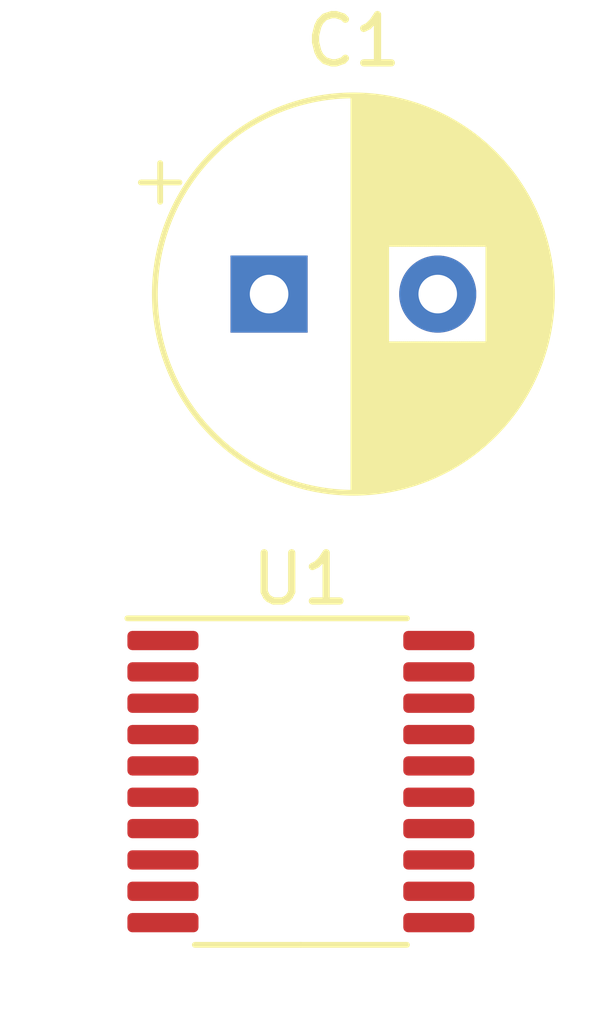
<source format=kicad_pcb>
(kicad_pcb (version 20211014) (generator pcbnew)
  (layers (0 "F.Cu" signal) (31 "B.Cu" signal) (34 "B.Paste" user) (35 "F.Paste" user) (36 "B.SilkS" user "B.Silkscreen") (37 "F.SilkS" user "F.Silkscreen") (38 "B.Mask" user) (39 "F.Mask" user) (44 "Edge.Cuts" user))
  (net 0 "")
  (net 1 "+12V")
  (net 2 "GND")
  (net 3 "Net-(C4-Pad1)")
  (net 4 "Net-(C5-Pad1)")
  (net 5 "/~{RST}")
  (net 6 "+3V3")
  (net 16 "/TX")
  (net 17 "/RX")
  (net 18 "/SWDIO")
  (net 19 "/SWCLK")
  (footprint "Capacitor_THT:CP_Radial_D8.0mm_P3.50mm" (layer "F.Cu") (at 148.1328 102.0064)
    (fp_text reference "C1" (at 1.75 -5.25) (layer "F.SilkS"))
    (fp_text value "220u")
    (fp_line (start 2.791 -3.947) (end 2.791 -1.04) (layer "F.SilkS") (width 0.12))
    (fp_line (start 5.511 -1.645) (end 5.511 1.645) (layer "F.SilkS") (width 0.12))
    (fp_line (start 1.91 -4.077) (end 1.91 4.077) (layer "F.SilkS") (width 0.12))
    (fp_line (start 5.431 -1.813) (end 5.431 1.813) (layer "F.SilkS") (width 0.12))
    (fp_line (start 5.751 -0.948) (end 5.751 0.948) (layer "F.SilkS") (width 0.12))
    (fp_line (start 5.111 -2.345) (end 5.111 2.345) (layer "F.SilkS") (width 0.12))
    (fp_line (start 2.831 -3.936) (end 2.831 -1.04) (layer "F.SilkS") (width 0.12))
    (fp_line (start 1.99 -4.074) (end 1.99 4.074) (layer "F.SilkS") (width 0.12))
    (fp_line (start 3.951 -3.444) (end 3.951 -1.04) (layer "F.SilkS") (width 0.12))
    (fp_line (start 3.111 -3.85) (end 3.111 -1.04) (layer "F.SilkS") (width 0.12))
    (fp_line (start 4.951 -2.556) (end 4.951 2.556) (layer "F.SilkS") (width 0.12))
    (fp_line (start 1.75 -4.08) (end 1.75 4.08) (layer "F.SilkS") (width 0.12))
    (fp_line (start 4.271 -3.22) (end 4.271 -1.04) (layer "F.SilkS") (width 0.12))
    (fp_line (start 4.351 1.04) (end 4.351 3.156) (layer "F.SilkS") (width 0.12))
    (fp_line (start 3.471 -3.704) (end 3.471 -1.04) (layer "F.SilkS") (width 0.12))
    (fp_line (start 3.591 -3.647) (end 3.591 -1.04) (layer "F.SilkS") (width 0.12))
    (fp_line (start 2.07 -4.068) (end 2.07 4.068) (layer "F.SilkS") (width 0.12))
    (fp_line (start 5.671 -1.229) (end 5.671 1.229) (layer "F.SilkS") (width 0.12))
    (fp_line (start 5.031 -2.454) (end 5.031 2.454) (layer "F.SilkS") (width 0.12))
    (fp_line (start 3.431 -3.722) (end 3.431 -1.04) (layer "F.SilkS") (width 0.12))
    (fp_line (start 4.151 -3.309) (end 4.151 -1.04) (layer "F.SilkS") (width 0.12))
    (fp_line (start 5.151 -2.287) (end 5.151 2.287) (layer "F.SilkS") (width 0.12))
    (fp_line (start 4.071 -3.365) (end 4.071 -1.04) (layer "F.SilkS") (width 0.12))
    (fp_line (start 2.831 1.04) (end 2.831 3.936) (layer "F.SilkS") (width 0.12))
    (fp_line (start 2.911 1.04) (end 2.911 3.914) (layer "F.SilkS") (width 0.12))
    (fp_line (start 4.311 1.04) (end 4.311 3.189) (layer "F.SilkS") (width 0.12))
    (fp_line (start 3.711 1.04) (end 3.711 3.584) (layer "F.SilkS") (width 0.12))
    (fp_line (start 3.591 1.04) (end 3.591 3.647) (layer "F.SilkS") (width 0.12))
    (fp_line (start 3.311 1.04) (end 3.311 3.774) (layer "F.SilkS") (width 0.12))
    (fp_line (start 4.231 -3.25) (end 4.231 -1.04) (layer "F.SilkS") (width 0.12))
    (fp_line (start 3.391 1.04) (end 3.391 3.74) (layer "F.SilkS") (width 0.12))
    (fp_line (start 1.79 -4.08) (end 1.79 4.08) (layer "F.SilkS") (width 0.12))
    (fp_line (start 4.911 -2.604) (end 4.911 2.604) (layer "F.SilkS") (width 0.12))
    (fp_line (start 4.111 -3.338) (end 4.111 -1.04) (layer "F.SilkS") (width 0.12))
    (fp_line (start 2.671 1.04) (end 2.671 3.976) (layer "F.SilkS") (width 0.12))
    (fp_line (start 3.551 -3.666) (end 3.551 -1.04) (layer "F.SilkS") (width 0.12))
    (fp_line (start -2.659698 -2.315) (end -1.859698 -2.315) (layer "F.SilkS") (width 0.12))
    (fp_line (start 4.791 -2.741) (end 4.791 2.741) (layer "F.SilkS") (width 0.12))
    (fp_line (start 3.031 -3.877) (end 3.031 -1.04) (layer "F.SilkS") (width 0.12))
    (fp_line (start 4.711 -2.826) (end 4.711 2.826) (layer "F.SilkS") (width 0.12))
    (fp_line (start 2.631 1.04) (end 2.631 3.985) (layer "F.SilkS") (width 0.12))
    (fp_line (start 3.511 1.04) (end 3.511 3.686) (layer "F.SilkS") (width 0.12))
    (fp_line (start 2.511 -4.01) (end 2.511 -1.04) (layer "F.SilkS") (width 0.12))
    (fp_line (start -2.259698 -2.715) (end -2.259698 -1.915) (layer "F.SilkS") (width 0.12))
    (fp_line (start 4.391 -3.124) (end 4.391 -1.04) (layer "F.SilkS") (width 0.12))
    (fp_line (start 2.951 -3.902) (end 2.951 -1.04) (layer "F.SilkS") (width 0.12))
    (fp_line (start 3.071 -3.863) (end 3.071 -1.04) (layer "F.SilkS") (width 0.12))
    (fp_line (start 2.471 -4.017) (end 2.471 -1.04) (layer "F.SilkS") (width 0.12))
    (fp_line (start 3.151 1.04) (end 3.151 3.835) (layer "F.SilkS") (width 0.12))
    (fp_line (start 2.751 -3.957) (end 2.751 -1.04) (layer "F.SilkS") (width 0.12))
    (fp_line (start 4.511 -3.019) (end 4.511 -1.04) (layer "F.SilkS") (width 0.12))
    (fp_line (start 4.471 1.04) (end 4.471 3.055) (layer "F.SilkS") (width 0.12))
    (fp_line (start 4.751 -2.784) (end 4.751 2.784) (layer "F.SilkS") (width 0.12))
    (fp_line (start 3.191 1.04) (end 3.191 3.821) (layer "F.SilkS") (width 0.12))
    (fp_line (start 4.071 1.04) (end 4.071 3.365) (layer "F.SilkS") (width 0.12))
    (fp_line (start 3.871 -3.493) (end 3.871 -1.04) (layer "F.SilkS") (width 0.12))
    (fp_line (start 3.911 1.04) (end 3.911 3.469) (layer "F.SilkS") (width 0.12))
    (fp_line (start 3.671 1.04) (end 3.671 3.606) (layer "F.SilkS") (width 0.12))
    (fp_line (start 3.751 1.04) (end 3.751 3.562) (layer "F.SilkS") (width 0.12))
    (fp_line (start 2.711 1.04) (end 2.711 3.967) (layer "F.SilkS") (width 0.12))
    (fp_line (start 3.871 1.04) (end 3.871 3.493) (layer "F.SilkS") (width 0.12))
    (fp_line (start 2.551 -4.002) (end 2.551 -1.04) (layer "F.SilkS") (width 0.12))
    (fp_line (start 4.671 -2.867) (end 4.671 2.867) (layer "F.SilkS") (width 0.12))
    (fp_line (start 2.871 -3.925) (end 2.871 -1.04) (layer "F.SilkS") (width 0.12))
    (fp_line (start 2.23 -4.052) (end 2.23 4.052) (layer "F.SilkS") (width 0.12))
    (fp_line (start 2.39 -4.03) (end 2.39 4.03) (layer "F.SilkS") (width 0.12))
    (fp_line (start 3.791 -3.54) (end 3.791 -1.04) (layer "F.SilkS") (width 0.12))
    (fp_line (start 2.911 -3.914) (end 2.911 -1.04) (layer "F.SilkS") (width 0.12))
    (fp_line (start 3.831 1.04) (end 3.831 3.517) (layer "F.SilkS") (width 0.12))
    (fp_line (start 2.511 1.04) (end 2.511 4.01) (layer "F.SilkS") (width 0.12))
    (fp_line (start 3.311 -3.774) (end 3.311 -1.04) (layer "F.SilkS") (width 0.12))
    (fp_line (start 2.951 1.04) (end 2.951 3.902) (layer "F.SilkS") (width 0.12))
    (fp_line (start 4.311 -3.189) (end 4.311 -1.04) (layer "F.SilkS") (width 0.12))
    (fp_line (start 3.431 1.04) (end 3.431 3.722) (layer "F.SilkS") (width 0.12))
    (fp_line (start 2.19 -4.057) (end 2.19 4.057) (layer "F.SilkS") (width 0.12))
    (fp_line (start 2.631 -3.985) (end 2.631 -1.04) (layer "F.SilkS") (width 0.12))
    (fp_line (start 5.551 -1.552) (end 5.551 1.552) (layer "F.SilkS") (width 0.12))
    (fp_line (start 2.31 -4.042) (end 2.31 4.042) (layer "F.SilkS") (width 0.12))
    (fp_line (start 3.631 -3.627) (end 3.631 -1.04) (layer "F.SilkS") (width 0.12))
    (fp_line (start 3.191 -3.821) (end 3.191 -1.04) (layer "F.SilkS") (width 0.12))
    (fp_line (start 3.351 1.04) (end 3.351 3.757) (layer "F.SilkS") (width 0.12))
    (fp_line (start 2.15 -4.061) (end 2.15 4.061) (layer "F.SilkS") (width 0.12))
    (fp_line (start 3.111 1.04) (end 3.111 3.85) (layer "F.SilkS") (width 0.12))
    (fp_line (start 4.551 -2.983) (end 4.551 2.983) (layer "F.SilkS") (width 0.12))
    (fp_line (start 2.27 -4.048) (end 2.27 4.048) (layer "F.SilkS") (width 0.12))
    (fp_line (start 5.831 -0.533) (end 5.831 0.533) (layer "F.SilkS") (width 0.12))
    (fp_line (start 2.751 1.04) (end 2.751 3.957) (layer "F.SilkS") (width 0.12))
    (fp_line (start 4.591 -2.945) (end 4.591 2.945) (layer "F.SilkS") (width 0.12))
    (fp_line (start 3.711 -3.584) (end 3.711 -1.04) (layer "F.SilkS") (width 0.12))
    (fp_line (start 1.83 -4.08) (end 1.83 4.08) (layer "F.SilkS") (width 0.12))
    (fp_line (start 5.071 -2.4) (end 5.071 2.4) (layer "F.SilkS") (width 0.12))
    (fp_line (start 3.631 1.04) (end 3.631 3.627) (layer "F.SilkS") (width 0.12))
    (fp_line (start 3.551 1.04) (end 3.551 3.666) (layer "F.SilkS") (width 0.12))
    (fp_line (start 2.991 -3.889) (end 2.991 -1.04) (layer "F.SilkS") (width 0.12))
    (fp_line (start 3.071 1.04) (end 3.071 3.863) (layer "F.SilkS") (width 0.12))
    (fp_line (start 2.03 -4.071) (end 2.03 4.071) (layer "F.SilkS") (width 0.12))
    (fp_line (start 4.511 1.04) (end 4.511 3.019) (layer "F.SilkS") (width 0.12))
    (fp_line (start 3.791 1.04) (end 3.791 3.54) (layer "F.SilkS") (width 0.12))
    (fp_line (start 3.271 1.04) (end 3.271 3.79) (layer "F.SilkS") (width 0.12))
    (fp_line (start 4.191 -3.28) (end 4.191 -1.04) (layer "F.SilkS") (width 0.12))
    (fp_line (start 2.791 1.04) (end 2.791 3.947) (layer "F.SilkS") (width 0.12))
    (fp_line (start 4.471 -3.055) (end 4.471 -1.04) (layer "F.SilkS") (width 0.12))
    (fp_line (start 4.111 1.04) (end 4.111 3.338) (layer "F.SilkS") (width 0.12))
    (fp_line (start 3.911 -3.469) (end 3.911 -1.04) (layer "F.SilkS") (width 0.12))
    (fp_line (start 5.311 -2.034) (end 5.311 2.034) (layer "F.SilkS") (width 0.12))
    (fp_line (start 5.231 -2.166) (end 5.231 2.166) (layer "F.SilkS") (width 0.12))
    (fp_line (start 2.11 -4.065) (end 2.11 4.065) (layer "F.SilkS") (width 0.12))
    (fp_line (start 2.871 1.04) (end 2.871 3.925) (layer "F.SilkS") (width 0.12))
    (fp_line (start 4.391 1.04) (end 4.391 3.124) (layer "F.SilkS") (width 0.12))
    (fp_line (start 5.271 -2.102) (end 5.271 2.102) (layer "F.SilkS") (width 0.12))
    (fp_line (start 3.671 -3.606) (end 3.671 -1.04) (layer "F.SilkS") (width 0.12))
    (fp_line (start 5.351 -1.964) (end 5.351 1.964) (layer "F.SilkS") (width 0.12))
    (fp_line (start 2.43 -4.024) (end 2.43 4.024) (layer "F.SilkS") (width 0.12))
    (fp_line (start 4.831 -2.697) (end 4.831 2.697) (layer "F.SilkS") (width 0.12))
    (fp_line (start 2.671 -3.976) (end 2.671 -1.04) (layer "F.SilkS") (width 0.12))
    (fp_line (start 5.391 -1.89) (end 5.391 1.89) (layer "F.SilkS") (width 0.12))
    (fp_line (start 1.95 -4.076) (end 1.95 4.076) (layer "F.SilkS") (width 0.12))
    (fp_line (start 4.871 -2.651) (end 4.871 2.651) (layer "F.SilkS") (width 0.12))
    (fp_line (start 4.431 1.04) (end 4.431 3.09) (layer "F.SilkS") (width 0.12))
    (fp_line (start 3.511 -3.686) (end 3.511 -1.04) (layer "F.SilkS") (width 0.12))
    (fp_line (start 2.471 1.04) (end 2.471 4.017) (layer "F.SilkS") (width 0.12))
    (fp_line (start 5.191 -2.228) (end 5.191 2.228) (layer "F.SilkS") (width 0.12))
    (fp_line (start 4.351 -3.156) (end 4.351 -1.04) (layer "F.SilkS") (width 0.12))
    (fp_line (start 4.631 -2.907) (end 4.631 2.907) (layer "F.SilkS") (width 0.12))
    (fp_line (start 5.791 -0.768) (end 5.791 0.768) (layer "F.SilkS") (width 0.12))
    (fp_line (start 2.991 1.04) (end 2.991 3.889) (layer "F.SilkS") (width 0.12))
    (fp_line (start 3.991 1.04) (end 3.991 3.418) (layer "F.SilkS") (width 0.12))
    (fp_line (start 2.551 1.04) (end 2.551 4.002) (layer "F.SilkS") (width 0.12))
    (fp_line (start 4.151 1.04) (end 4.151 3.309) (layer "F.SilkS") (width 0.12))
    (fp_line (start 2.35 -4.037) (end 2.35 4.037) (layer "F.SilkS") (width 0.12))
    (fp_line (start 5.471 -1.731) (end 5.471 1.731) (layer "F.SilkS") (width 0.12))
    (fp_line (start 4.031 -3.392) (end 4.031 -1.04) (layer "F.SilkS") (width 0.12))
    (fp_line (start 1.87 -4.079) (end 1.87 4.079) (layer "F.SilkS") (width 0.12))
    (fp_line (start 4.031 1.04) (end 4.031 3.392) (layer "F.SilkS") (width 0.12))
    (fp_line (start 4.991 -2.505) (end 4.991 2.505) (layer "F.SilkS") (width 0.12))
    (fp_line (start 3.391 -3.74) (end 3.391 -1.04) (layer "F.SilkS") (width 0.12))
    (fp_line (start 2.591 1.04) (end 2.591 3.994) (layer "F.SilkS") (width 0.12))
    (fp_line (start 4.431 -3.09) (end 4.431 -1.04) (layer "F.SilkS") (width 0.12))
    (fp_line (start 2.591 -3.994) (end 2.591 -1.04) (layer "F.SilkS") (width 0.12))
    (fp_line (start 4.231 1.04) (end 4.231 3.25) (layer "F.SilkS") (width 0.12))
    (fp_line (start 2.711 -3.967) (end 2.711 -1.04) (layer "F.SilkS") (width 0.12))
    (fp_line (start 3.751 -3.562) (end 3.751 -1.04) (layer "F.SilkS") (width 0.12))
    (fp_line (start 3.231 1.04) (end 3.231 3.805) (layer "F.SilkS") (width 0.12))
    (fp_line (start 3.151 -3.835) (end 3.151 -1.04) (layer "F.SilkS") (width 0.12))
    (fp_line (start 3.351 -3.757) (end 3.351 -1.04) (layer "F.SilkS") (width 0.12))
    (fp_line (start 3.991 -3.418) (end 3.991 -1.04) (layer "F.SilkS") (width 0.12))
    (fp_line (start 3.271 -3.79) (end 3.271 -1.04) (layer "F.SilkS") (width 0.12))
    (fp_line (start 3.031 1.04) (end 3.031 3.877) (layer "F.SilkS") (width 0.12))
    (fp_line (start 3.471 1.04) (end 3.471 3.704) (layer "F.SilkS") (width 0.12))
    (fp_line (start 5.711 -1.098) (end 5.711 1.098) (layer "F.SilkS") (width 0.12))
    (fp_line (start 5.631 -1.346) (end 5.631 1.346) (layer "F.SilkS") (width 0.12))
    (fp_line (start 5.591 -1.453) (end 5.591 1.453) (layer "F.SilkS") (width 0.12))
    (fp_line (start 3.951 1.04) (end 3.951 3.444) (layer "F.SilkS") (width 0.12))
    (fp_line (start 3.831 -3.517) (end 3.831 -1.04) (layer "F.SilkS") (width 0.12))
    (fp_line (start 4.191 1.04) (end 4.191 3.28) (layer "F.SilkS") (width 0.12))
    (fp_line (start 3.231 -3.805) (end 3.231 -1.04) (layer "F.SilkS") (width 0.12))
    (fp_line (start 4.271 1.04) (end 4.271 3.22) (layer "F.SilkS") (width 0.12))
    (fp_circle (center 1.75 0) (end 5.87 0) (layer "F.SilkS") (width 0.12) (fill none))
    (pad "1" thru_hole rect (at 0 0) (size 1.6 1.6) (drill 0.8) (layers *.Cu *.Mask) (net 1 "+12V"))
    (pad "2" thru_hole circle (at 3.5 0) (size 1.6 1.6) (drill 0.8) (layers *.Cu *.Mask) (net 2 "GND"))
  )
  (footprint "Package_SO:TSSOP-20_4.4x6.5mm_P0.65mm" (layer "F.Cu") (at 148.7932 112.1156)
    (fp_text reference "U1" (at 0 -4.2) (layer "F.SilkS"))
    (fp_text value "STM32F030F4P6")
    (fp_line (start 0 3.385) (end -2.2 3.385) (layer "F.SilkS") (width 0.12))
    (fp_line (start 0 -3.385) (end 2.2 -3.385) (layer "F.SilkS") (width 0.12))
    (fp_line (start 0 3.385) (end 2.2 3.385) (layer "F.SilkS") (width 0.12))
    (fp_line (start 0 -3.385) (end -3.6 -3.385) (layer "F.SilkS") (width 0.12))
    (pad "1" smd roundrect (at -2.8625 -2.925) (size 1.475 0.4) (layers "F.Cu" "F.Paste" "F.Mask") (net 2 "GND"))
    (pad "2" smd roundrect (at -2.8625 -2.275) (size 1.475 0.4) (layers "F.Cu" "F.Paste" "F.Mask") (net 3 "Net-(C4-Pad1)"))
    (pad "3" smd roundrect (at -2.8625 -1.625) (size 1.475 0.4) (layers "F.Cu" "F.Paste" "F.Mask") (net 4 "Net-(C5-Pad1)"))
    (pad "4" smd roundrect (at -2.8625 -0.975) (size 1.475 0.4) (layers "F.Cu" "F.Paste" "F.Mask") (net 5 "/~{RST}"))
    (pad "5" smd roundrect (at -2.8625 -0.325) (size 1.475 0.4) (layers "F.Cu" "F.Paste" "F.Mask") (net 6 "+3V3"))
    (pad "6" smd roundrect (at -2.8625 0.325) (size 1.475 0.4) (layers "F.Cu" "F.Paste" "F.Mask"))
    (pad "7" smd roundrect (at -2.8625 0.975) (size 1.475 0.4) (layers "F.Cu" "F.Paste" "F.Mask"))
    (pad "8" smd roundrect (at -2.8625 1.625) (size 1.475 0.4) (layers "F.Cu" "F.Paste" "F.Mask"))
    (pad "9" smd roundrect (at -2.8625 2.275) (size 1.475 0.4) (layers "F.Cu" "F.Paste" "F.Mask"))
    (pad "10" smd roundrect (at -2.8625 2.925) (size 1.475 0.4) (layers "F.Cu" "F.Paste" "F.Mask"))
    (pad "11" smd roundrect (at 2.8625 2.925) (size 1.475 0.4) (layers "F.Cu" "F.Paste" "F.Mask"))
    (pad "12" smd roundrect (at 2.8625 2.275) (size 1.475 0.4) (layers "F.Cu" "F.Paste" "F.Mask"))
    (pad "13" smd roundrect (at 2.8625 1.625) (size 1.475 0.4) (layers "F.Cu" "F.Paste" "F.Mask"))
    (pad "14" smd roundrect (at 2.8625 0.975) (size 1.475 0.4) (layers "F.Cu" "F.Paste" "F.Mask"))
    (pad "15" smd roundrect (at 2.8625 0.325) (size 1.475 0.4) (layers "F.Cu" "F.Paste" "F.Mask") (net 2 "GND"))
    (pad "16" smd roundrect (at 2.8625 -0.325) (size 1.475 0.4) (layers "F.Cu" "F.Paste" "F.Mask") (net 6 "+3V3"))
    (pad "17" smd roundrect (at 2.8625 -0.975) (size 1.475 0.4) (layers "F.Cu" "F.Paste" "F.Mask") (net 16 "/TX"))
    (pad "18" smd roundrect (at 2.8625 -1.625) (size 1.475 0.4) (layers "F.Cu" "F.Paste" "F.Mask") (net 17 "/RX"))
    (pad "19" smd roundrect (at 2.8625 -2.275) (size 1.475 0.4) (layers "F.Cu" "F.Paste" "F.Mask") (net 18 "/SWDIO"))
    (pad "20" smd roundrect (at 2.8625 -2.925) (size 1.475 0.4) (layers "F.Cu" "F.Paste" "F.Mask") (net 19 "/SWCLK"))
  )
)
</source>
